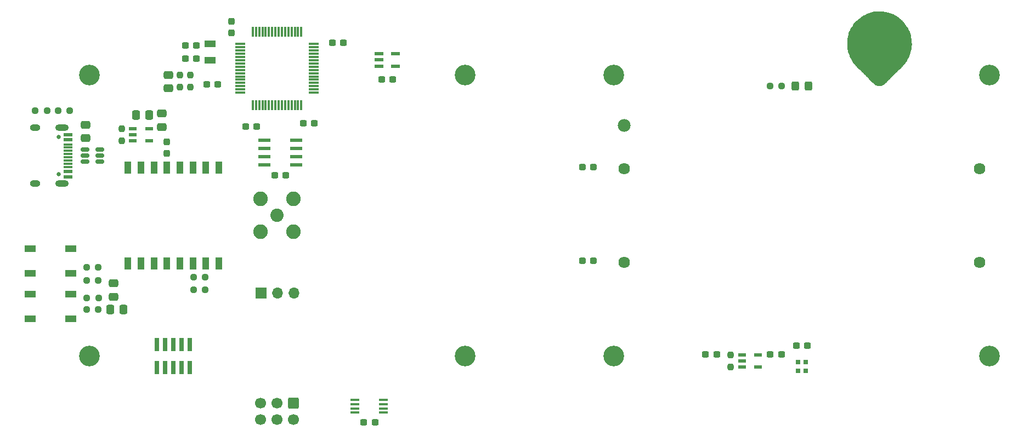
<source format=gbr>
%TF.GenerationSoftware,KiCad,Pcbnew,(5.99.0-12717-g57c7d663b0)*%
%TF.CreationDate,2021-10-15T20:31:15+02:00*%
%TF.ProjectId,Main_PCB,4d61696e-5f50-4434-922e-6b696361645f,rev?*%
%TF.SameCoordinates,Original*%
%TF.FileFunction,Soldermask,Top*%
%TF.FilePolarity,Negative*%
%FSLAX46Y46*%
G04 Gerber Fmt 4.6, Leading zero omitted, Abs format (unit mm)*
G04 Created by KiCad (PCBNEW (5.99.0-12717-g57c7d663b0)) date 2021-10-15 20:31:15*
%MOMM*%
%LPD*%
G01*
G04 APERTURE LIST*
G04 Aperture macros list*
%AMRoundRect*
0 Rectangle with rounded corners*
0 $1 Rounding radius*
0 $2 $3 $4 $5 $6 $7 $8 $9 X,Y pos of 4 corners*
0 Add a 4 corners polygon primitive as box body*
4,1,4,$2,$3,$4,$5,$6,$7,$8,$9,$2,$3,0*
0 Add four circle primitives for the rounded corners*
1,1,$1+$1,$2,$3*
1,1,$1+$1,$4,$5*
1,1,$1+$1,$6,$7*
1,1,$1+$1,$8,$9*
0 Add four rect primitives between the rounded corners*
20,1,$1+$1,$2,$3,$4,$5,0*
20,1,$1+$1,$4,$5,$6,$7,0*
20,1,$1+$1,$6,$7,$8,$9,0*
20,1,$1+$1,$8,$9,$2,$3,0*%
G04 Aperture macros list end*
%ADD10C,0.150000*%
%ADD11C,0.300000*%
%ADD12RoundRect,0.237500X-0.237500X0.250000X-0.237500X-0.250000X0.237500X-0.250000X0.237500X0.250000X0*%
%ADD13RoundRect,0.237500X0.237500X-0.250000X0.237500X0.250000X-0.237500X0.250000X-0.237500X-0.250000X0*%
%ADD14RoundRect,0.250000X-0.475000X0.337500X-0.475000X-0.337500X0.475000X-0.337500X0.475000X0.337500X0*%
%ADD15C,1.785000*%
%ADD16C,1.980000*%
%ADD17RoundRect,0.237500X-0.287500X-0.237500X0.287500X-0.237500X0.287500X0.237500X-0.287500X0.237500X0*%
%ADD18RoundRect,0.250000X0.475000X-0.337500X0.475000X0.337500X-0.475000X0.337500X-0.475000X-0.337500X0*%
%ADD19RoundRect,0.150000X0.512500X0.150000X-0.512500X0.150000X-0.512500X-0.150000X0.512500X-0.150000X0*%
%ADD20RoundRect,0.237500X-0.300000X-0.237500X0.300000X-0.237500X0.300000X0.237500X-0.300000X0.237500X0*%
%ADD21RoundRect,0.237500X0.300000X0.237500X-0.300000X0.237500X-0.300000X-0.237500X0.300000X-0.237500X0*%
%ADD22RoundRect,0.250000X-0.600000X0.600000X-0.600000X-0.600000X0.600000X-0.600000X0.600000X0.600000X0*%
%ADD23C,1.700000*%
%ADD24RoundRect,0.237500X-0.250000X-0.237500X0.250000X-0.237500X0.250000X0.237500X-0.250000X0.237500X0*%
%ADD25R,0.760000X2.050000*%
%ADD26O,1.600000X1.000000*%
%ADD27O,2.100000X1.000000*%
%ADD28R,1.450000X0.600000*%
%ADD29R,1.450000X0.300000*%
%ADD30C,0.650000*%
%ADD31R,1.700000X1.000000*%
%ADD32RoundRect,0.237500X0.250000X0.237500X-0.250000X0.237500X-0.250000X-0.237500X0.250000X-0.237500X0*%
%ADD33R,1.800000X1.000000*%
%ADD34R,1.400000X0.450000*%
%ADD35R,0.700000X0.750000*%
%ADD36R,1.981200X0.558800*%
%ADD37C,3.200000*%
%ADD38R,1.700000X1.700000*%
%ADD39O,1.700000X1.700000*%
%ADD40R,1.400000X0.600000*%
%ADD41RoundRect,0.075000X-0.075000X-0.700000X0.075000X-0.700000X0.075000X0.700000X-0.075000X0.700000X0*%
%ADD42RoundRect,0.075000X-0.700000X-0.075000X0.700000X-0.075000X0.700000X0.075000X-0.700000X0.075000X0*%
%ADD43C,2.250000*%
%ADD44C,2.050000*%
%ADD45R,1.200000X0.600000*%
%ADD46RoundRect,0.250000X-0.337500X-0.475000X0.337500X-0.475000X0.337500X0.475000X-0.337500X0.475000X0*%
%ADD47RoundRect,0.237500X-0.237500X0.300000X-0.237500X-0.300000X0.237500X-0.300000X0.237500X0.300000X0*%
%ADD48RoundRect,0.250000X0.325000X0.450000X-0.325000X0.450000X-0.325000X-0.450000X0.325000X-0.450000X0*%
%ADD49R,1.050000X1.950000*%
G04 APERTURE END LIST*
D10*
X199750000Y-69500000D02*
X206000000Y-69500000D01*
X206000000Y-69500000D02*
X206000000Y-74250000D01*
X206000000Y-74250000D02*
X199750000Y-74250000D01*
X199750000Y-74250000D02*
X199750000Y-69500000D01*
G36*
X199750000Y-69500000D02*
G01*
X206000000Y-69500000D01*
X206000000Y-74250000D01*
X199750000Y-74250000D01*
X199750000Y-69500000D01*
G37*
X197250000Y-70250000D02*
X206500000Y-70250000D01*
X206500000Y-70250000D02*
X206500000Y-72750000D01*
X206500000Y-72750000D02*
X197250000Y-72750000D01*
X197250000Y-72750000D02*
X197250000Y-70250000D01*
G36*
X197250000Y-70250000D02*
G01*
X206500000Y-70250000D01*
X206500000Y-72750000D01*
X197250000Y-72750000D01*
X197250000Y-70250000D01*
G37*
D11*
%TO.C,G\u002A\u002A\u002A*%
X200657428Y-72238000D02*
X200512285Y-72165428D01*
X200294571Y-72165428D01*
X200076857Y-72238000D01*
X199931714Y-72383142D01*
X199859142Y-72528285D01*
X199786571Y-72818571D01*
X199786571Y-73036285D01*
X199859142Y-73326571D01*
X199931714Y-73471714D01*
X200076857Y-73616857D01*
X200294571Y-73689428D01*
X200439714Y-73689428D01*
X200657428Y-73616857D01*
X200730000Y-73544285D01*
X200730000Y-73036285D01*
X200439714Y-73036285D01*
X201600857Y-72165428D02*
X201600857Y-72528285D01*
X201238000Y-72383142D02*
X201600857Y-72528285D01*
X201963714Y-72383142D01*
X201383142Y-72818571D02*
X201600857Y-72528285D01*
X201818571Y-72818571D01*
X202762000Y-72165428D02*
X202762000Y-72528285D01*
X202399142Y-72383142D02*
X202762000Y-72528285D01*
X203124857Y-72383142D01*
X202544285Y-72818571D02*
X202762000Y-72528285D01*
X202979714Y-72818571D01*
X203923142Y-72165428D02*
X203923142Y-72528285D01*
X203560285Y-72383142D02*
X203923142Y-72528285D01*
X204286000Y-72383142D01*
X203705428Y-72818571D02*
X203923142Y-72528285D01*
X204140857Y-72818571D01*
G36*
X203964663Y-71158477D02*
G01*
X204032432Y-71181775D01*
X204092252Y-71218891D01*
X204123389Y-71246955D01*
X204162436Y-71295903D01*
X204195674Y-71354893D01*
X204221017Y-71418922D01*
X204236385Y-71482987D01*
X204240110Y-71527331D01*
X204240229Y-71557550D01*
X203466625Y-71557550D01*
X203466625Y-71538694D01*
X203469866Y-71510502D01*
X203478595Y-71472638D01*
X203491322Y-71429955D01*
X203506556Y-71387308D01*
X203522807Y-71349552D01*
X203527660Y-71339900D01*
X203568844Y-71277425D01*
X203620280Y-71227317D01*
X203682071Y-71189509D01*
X203754317Y-71163932D01*
X203806959Y-71153831D01*
X203889366Y-71149121D01*
X203964663Y-71158477D01*
G37*
G36*
X205263104Y-73598522D02*
G01*
X205281840Y-73607422D01*
X205296415Y-73621072D01*
X205314107Y-73645677D01*
X205325227Y-73676236D01*
X205330659Y-73716185D01*
X205331498Y-73757487D01*
X205326624Y-73813958D01*
X205313517Y-73856719D01*
X205293628Y-73884583D01*
X205265028Y-73901148D01*
X205230393Y-73906658D01*
X205196241Y-73900169D01*
X205193653Y-73899072D01*
X205169240Y-73882001D01*
X205152043Y-73854786D01*
X205141264Y-73815623D01*
X205136441Y-73769575D01*
X205137087Y-73708666D01*
X205146454Y-73661157D01*
X205164682Y-73626802D01*
X205191915Y-73605357D01*
X205228293Y-73596577D01*
X205236853Y-73596319D01*
X205263104Y-73598522D01*
G37*
G36*
X204680802Y-73601391D02*
G01*
X204707212Y-73617707D01*
X204726613Y-73646915D01*
X204736783Y-73674997D01*
X204744220Y-73714801D01*
X204746102Y-73759419D01*
X204742685Y-73802950D01*
X204734227Y-73839494D01*
X204729105Y-73851587D01*
X204704898Y-73884043D01*
X204674046Y-73903188D01*
X204639026Y-73908056D01*
X204606248Y-73899546D01*
X204580513Y-73879213D01*
X204561874Y-73845063D01*
X204550701Y-73797928D01*
X204548007Y-73769343D01*
X204549118Y-73710691D01*
X204559280Y-73663340D01*
X204578079Y-73628028D01*
X204605100Y-73605490D01*
X204639928Y-73596463D01*
X204645470Y-73596319D01*
X204680802Y-73601391D01*
G37*
G36*
X202555044Y-73592074D02*
G01*
X202580490Y-73604315D01*
X202604153Y-73626592D01*
X202621639Y-73653625D01*
X202628553Y-73680135D01*
X202628554Y-73680403D01*
X202626449Y-73685791D01*
X202618456Y-73689421D01*
X202602058Y-73691619D01*
X202574737Y-73692710D01*
X202533978Y-73693019D01*
X202530980Y-73693020D01*
X202433405Y-73693020D01*
X202438844Y-73671351D01*
X202454763Y-73635863D01*
X202480638Y-73609079D01*
X202513062Y-73593323D01*
X202548627Y-73590921D01*
X202555044Y-73592074D01*
G37*
G36*
X201419343Y-73601426D02*
G01*
X201447673Y-73617299D01*
X201467499Y-73645011D01*
X201479411Y-73685455D01*
X201483996Y-73739525D01*
X201484087Y-73751606D01*
X201480473Y-73807699D01*
X201469688Y-73850197D01*
X201451307Y-73880141D01*
X201424910Y-73898573D01*
X201424344Y-73898812D01*
X201399525Y-73907774D01*
X201380671Y-73909134D01*
X201359535Y-73902894D01*
X201349895Y-73898838D01*
X201328241Y-73885470D01*
X201312081Y-73868947D01*
X201312073Y-73868934D01*
X201300005Y-73840143D01*
X201292397Y-73800893D01*
X201289360Y-73756247D01*
X201291007Y-73711265D01*
X201297451Y-73671010D01*
X201307088Y-73643685D01*
X201329963Y-73614544D01*
X201361114Y-73598981D01*
X201381920Y-73596499D01*
X201419343Y-73601426D01*
G37*
G36*
X201994926Y-73586431D02*
G01*
X202016777Y-73607402D01*
X202029044Y-73638572D01*
X202029864Y-73678137D01*
X202029744Y-73679057D01*
X202018503Y-73713341D01*
X201997177Y-73736871D01*
X201968607Y-73748104D01*
X201935636Y-73745494D01*
X201919417Y-73739040D01*
X201901757Y-73722726D01*
X201887737Y-73695704D01*
X201887432Y-73694838D01*
X201880494Y-73670539D01*
X201880481Y-73651034D01*
X201887394Y-73626667D01*
X201887432Y-73626558D01*
X201897854Y-73603172D01*
X201911897Y-73589838D01*
X201929914Y-73582306D01*
X201965350Y-73577464D01*
X201994926Y-73586431D01*
G37*
G36*
X201993906Y-74032324D02*
G01*
X202024944Y-74034597D01*
X202046847Y-74037864D01*
X202051630Y-74039245D01*
X202069264Y-74053236D01*
X202078817Y-74074799D01*
X202077807Y-74097101D01*
X202074876Y-74103230D01*
X202054046Y-74123071D01*
X202022112Y-74138269D01*
X201983627Y-74147995D01*
X201943146Y-74151424D01*
X201905222Y-74147729D01*
X201879125Y-74138751D01*
X201855810Y-74119524D01*
X201846944Y-74095358D01*
X201852982Y-74069314D01*
X201866170Y-74051752D01*
X201877245Y-74041998D01*
X201889342Y-74035989D01*
X201906547Y-74032830D01*
X201932945Y-74031628D01*
X201958818Y-74031472D01*
X201993906Y-74032324D01*
G37*
G36*
X197614212Y-73825373D02*
G01*
X197486206Y-73575708D01*
X197372925Y-73319586D01*
X197355926Y-73274291D01*
X197274433Y-73057142D01*
X197190794Y-72788514D01*
X197122070Y-72513836D01*
X197068324Y-72233247D01*
X197053072Y-72133724D01*
X197041398Y-72049205D01*
X197031860Y-71972096D01*
X197024263Y-71899293D01*
X197018408Y-71827693D01*
X197014099Y-71754191D01*
X197011139Y-71675685D01*
X197009331Y-71589069D01*
X197008478Y-71491240D01*
X197008344Y-71428616D01*
X197008635Y-71325016D01*
X197009721Y-71234322D01*
X197011813Y-71153337D01*
X197015122Y-71078861D01*
X197019860Y-71007696D01*
X197026236Y-70936642D01*
X197034463Y-70862501D01*
X197044752Y-70782073D01*
X197046177Y-70771859D01*
X197440282Y-70771859D01*
X197798382Y-71726776D01*
X197843339Y-71846655D01*
X197886989Y-71963035D01*
X197928967Y-72074947D01*
X197968912Y-72181426D01*
X198006460Y-72281505D01*
X198041248Y-72374217D01*
X198072914Y-72458594D01*
X198101095Y-72533671D01*
X198125428Y-72598480D01*
X198145550Y-72652055D01*
X198161098Y-72693428D01*
X198171710Y-72721633D01*
X198176993Y-72735626D01*
X198197503Y-72789558D01*
X198239282Y-72797886D01*
X198273574Y-72803730D01*
X198309845Y-72808471D01*
X198321352Y-72809592D01*
X198345258Y-72810620D01*
X198381802Y-72810991D01*
X198427701Y-72810780D01*
X198479673Y-72810066D01*
X198534436Y-72808924D01*
X198588708Y-72807431D01*
X198639207Y-72805664D01*
X198682651Y-72803700D01*
X198715758Y-72801615D01*
X198732001Y-72799995D01*
X198771964Y-72794511D01*
X199156186Y-71783185D01*
X199202578Y-71661024D01*
X199247343Y-71543054D01*
X199290150Y-71430148D01*
X199330670Y-71323178D01*
X199368575Y-71223017D01*
X199403534Y-71130538D01*
X199435218Y-71046612D01*
X199463298Y-70972113D01*
X199469042Y-70956842D01*
X199714129Y-70956842D01*
X199714459Y-71009674D01*
X199716000Y-71061369D01*
X199718696Y-71107853D01*
X199722490Y-71145048D01*
X199725605Y-71162690D01*
X199732213Y-71190894D01*
X199862839Y-71193109D01*
X199993465Y-71195323D01*
X199993465Y-71993155D01*
X199993503Y-72129361D01*
X199993625Y-72250241D01*
X199993840Y-72356586D01*
X199994157Y-72449186D01*
X199994588Y-72528833D01*
X199995142Y-72596317D01*
X199995829Y-72652429D01*
X199996659Y-72697959D01*
X199997642Y-72733699D01*
X199998787Y-72760440D01*
X200000105Y-72778971D01*
X200001606Y-72790084D01*
X200003300Y-72794569D01*
X200003538Y-72794708D01*
X200024525Y-72799312D01*
X200058851Y-72803207D01*
X200103751Y-72806361D01*
X200156460Y-72808742D01*
X200214216Y-72810315D01*
X200274252Y-72811050D01*
X200333806Y-72810913D01*
X200390112Y-72809871D01*
X200440407Y-72807892D01*
X200481927Y-72804943D01*
X200511906Y-72800992D01*
X200513230Y-72800731D01*
X200545464Y-72794238D01*
X200547509Y-71780960D01*
X200549550Y-70770020D01*
X200770251Y-70770020D01*
X200772750Y-70777696D01*
X200780585Y-70799584D01*
X200793429Y-70834807D01*
X200810957Y-70882487D01*
X200832842Y-70941747D01*
X200858760Y-71011710D01*
X200888383Y-71091497D01*
X200921387Y-71180233D01*
X200957445Y-71277038D01*
X200996230Y-71381036D01*
X201037419Y-71491350D01*
X201080683Y-71607102D01*
X201125699Y-71727414D01*
X201144699Y-71778159D01*
X201199160Y-71923377D01*
X201250255Y-72059199D01*
X201297790Y-72185122D01*
X201341571Y-72300643D01*
X201381405Y-72405259D01*
X201417097Y-72498465D01*
X201448455Y-72579759D01*
X201475284Y-72648637D01*
X201497391Y-72704596D01*
X201514582Y-72747132D01*
X201526664Y-72775743D01*
X201533442Y-72789925D01*
X201534586Y-72791425D01*
X201552198Y-72796643D01*
X201583392Y-72801096D01*
X201625646Y-72804743D01*
X201676442Y-72807543D01*
X201733259Y-72809455D01*
X201793577Y-72810438D01*
X201854877Y-72810450D01*
X201914639Y-72809450D01*
X201970343Y-72807398D01*
X202019469Y-72804252D01*
X202059324Y-72799995D01*
X202098502Y-72794511D01*
X202419968Y-71948382D01*
X202469216Y-71818756D01*
X202906843Y-71818756D01*
X202908666Y-71892508D01*
X202912736Y-71960584D01*
X202919051Y-72018655D01*
X202922008Y-72037024D01*
X202945629Y-72148006D01*
X202974597Y-72245886D01*
X203010101Y-72333135D01*
X203053335Y-72412224D01*
X203105490Y-72485621D01*
X203167757Y-72555799D01*
X203176523Y-72564680D01*
X203258759Y-72637917D01*
X203347548Y-72698872D01*
X203444357Y-72748225D01*
X203550649Y-72786658D01*
X203667890Y-72814851D01*
X203740610Y-72826658D01*
X203792408Y-72831921D01*
X203856086Y-72835494D01*
X203927494Y-72837377D01*
X204002483Y-72837568D01*
X204076905Y-72836068D01*
X204146610Y-72832875D01*
X204207449Y-72827991D01*
X204219015Y-72826714D01*
X204341931Y-72809218D01*
X204453555Y-72786550D01*
X204558129Y-72757828D01*
X204572302Y-72753321D01*
X204607711Y-72741988D01*
X204632779Y-72732639D01*
X204633641Y-72732093D01*
X205027752Y-72732093D01*
X205075187Y-72749850D01*
X205124010Y-72766178D01*
X205183438Y-72783044D01*
X205248065Y-72799131D01*
X205312487Y-72813121D01*
X205371298Y-72823696D01*
X205387854Y-72826116D01*
X205442294Y-72831716D01*
X205507274Y-72835523D01*
X205578509Y-72837536D01*
X205651718Y-72837751D01*
X205722616Y-72836167D01*
X205786921Y-72832782D01*
X205840350Y-72827594D01*
X205849347Y-72826341D01*
X205969484Y-72802241D01*
X206079977Y-72767326D01*
X206180191Y-72722102D01*
X206269489Y-72667076D01*
X206347236Y-72602757D01*
X206412795Y-72529650D01*
X206465530Y-72448263D01*
X206504806Y-72359103D01*
X206524996Y-72287670D01*
X206531069Y-72255654D01*
X206534690Y-72223622D01*
X206536100Y-72187072D01*
X206535539Y-72141504D01*
X206534454Y-72110385D01*
X206530865Y-72047203D01*
X206525110Y-71995764D01*
X206516227Y-71951739D01*
X206503254Y-71910801D01*
X206485232Y-71868619D01*
X206477017Y-71851681D01*
X206434362Y-71782024D01*
X206379855Y-71721789D01*
X206316173Y-71672013D01*
X206284883Y-71652144D01*
X206252646Y-71634169D01*
X206217176Y-71617168D01*
X206176184Y-71600221D01*
X206127385Y-71582409D01*
X206068490Y-71562813D01*
X205997212Y-71540513D01*
X205963724Y-71530329D01*
X205885266Y-71506137D01*
X205820946Y-71485052D01*
X205769255Y-71466311D01*
X205728686Y-71449146D01*
X205697732Y-71432794D01*
X205674886Y-71416488D01*
X205658640Y-71399464D01*
X205647486Y-71380957D01*
X205642001Y-71367012D01*
X205635918Y-71333756D01*
X205636279Y-71295917D01*
X205642442Y-71259866D01*
X205653767Y-71231971D01*
X205655905Y-71228837D01*
X205686388Y-71196959D01*
X205725538Y-71172994D01*
X205774919Y-71156429D01*
X205836091Y-71146754D01*
X205910618Y-71143454D01*
X205916371Y-71143449D01*
X205992379Y-71145996D01*
X206063973Y-71154002D01*
X206136313Y-71168379D01*
X206214560Y-71190040D01*
X206256699Y-71203614D01*
X206293213Y-71215699D01*
X206323960Y-71225650D01*
X206345842Y-71232481D01*
X206355760Y-71235204D01*
X206355920Y-71235215D01*
X206363883Y-71227823D01*
X206374864Y-71207360D01*
X206387986Y-71176392D01*
X206402375Y-71137488D01*
X206417157Y-71093215D01*
X206431455Y-71046141D01*
X206444395Y-70998835D01*
X206455101Y-70953863D01*
X206459894Y-70930122D01*
X206467571Y-70888515D01*
X206471486Y-70859733D01*
X206470283Y-70840666D01*
X206462606Y-70828201D01*
X206447097Y-70819229D01*
X206422400Y-70810637D01*
X206405457Y-70805280D01*
X206303107Y-70775044D01*
X206208438Y-70752566D01*
X206115603Y-70736846D01*
X206018750Y-70726888D01*
X205916371Y-70721815D01*
X205787508Y-70722377D01*
X205670947Y-70732180D01*
X205565556Y-70751562D01*
X205470201Y-70780865D01*
X205383749Y-70820427D01*
X205305066Y-70870590D01*
X205240485Y-70924585D01*
X205180764Y-70990109D01*
X205134381Y-71062367D01*
X205101005Y-71142278D01*
X205080307Y-71230758D01*
X205071958Y-71328726D01*
X205072722Y-71392054D01*
X205076596Y-71453835D01*
X205082715Y-71504060D01*
X205091970Y-71547235D01*
X205105248Y-71587864D01*
X205116965Y-71616188D01*
X205153316Y-71680115D01*
X205203401Y-71738240D01*
X205267556Y-71790796D01*
X205346116Y-71838012D01*
X205439415Y-71880121D01*
X205547790Y-71917353D01*
X205557773Y-71920319D01*
X205645610Y-71946398D01*
X205719282Y-71968997D01*
X205780210Y-71988742D01*
X205829814Y-72006256D01*
X205869516Y-72022163D01*
X205900736Y-72037086D01*
X205924895Y-72051650D01*
X205943414Y-72066478D01*
X205957713Y-72082195D01*
X205969214Y-72099424D01*
X205970399Y-72101491D01*
X205983469Y-72137152D01*
X205988874Y-72180034D01*
X205986254Y-72222992D01*
X205978041Y-72252844D01*
X205961792Y-72278605D01*
X205935345Y-72306919D01*
X205903149Y-72333608D01*
X205869915Y-72354363D01*
X205829774Y-72372083D01*
X205787179Y-72384776D01*
X205738732Y-72393027D01*
X205681037Y-72397426D01*
X205614182Y-72398568D01*
X205534125Y-72396252D01*
X205460483Y-72389110D01*
X205388145Y-72376245D01*
X205311999Y-72356757D01*
X205231545Y-72331315D01*
X205195882Y-72319386D01*
X205166407Y-72309800D01*
X205146098Y-72303505D01*
X205137931Y-72301450D01*
X205137897Y-72301471D01*
X205134685Y-72309104D01*
X205126948Y-72328431D01*
X205116010Y-72356131D01*
X205108426Y-72375476D01*
X205087040Y-72435725D01*
X205067439Y-72501322D01*
X205050917Y-72567155D01*
X205038769Y-72628113D01*
X205032639Y-72674660D01*
X205027752Y-72732093D01*
X204633641Y-72732093D01*
X204648866Y-72722450D01*
X204657332Y-72708599D01*
X204659537Y-72688263D01*
X204656839Y-72658621D01*
X204650598Y-72616850D01*
X204647561Y-72597081D01*
X204621032Y-72474040D01*
X204581019Y-72359359D01*
X204567230Y-72327028D01*
X204556491Y-72307447D01*
X204545520Y-72298546D01*
X204531035Y-72298253D01*
X204509754Y-72304499D01*
X204499624Y-72308010D01*
X204434966Y-72328016D01*
X204360168Y-72347046D01*
X204281203Y-72363707D01*
X204207995Y-72376038D01*
X204155133Y-72381768D01*
X204094647Y-72385155D01*
X204030310Y-72386278D01*
X203965893Y-72385217D01*
X203905167Y-72382051D01*
X203851903Y-72376858D01*
X203809874Y-72369718D01*
X203801047Y-72367496D01*
X203725487Y-72340636D01*
X203656492Y-72304388D01*
X203596475Y-72260479D01*
X203547851Y-72210635D01*
X203516957Y-72164282D01*
X203491358Y-72104470D01*
X203471325Y-72032934D01*
X203462569Y-71986659D01*
X203457150Y-71952411D01*
X204106014Y-71952411D01*
X204223645Y-71952395D01*
X204326198Y-71952334D01*
X204414710Y-71952205D01*
X204490219Y-71951986D01*
X204553765Y-71951654D01*
X204606385Y-71951186D01*
X204649118Y-71950561D01*
X204683000Y-71949755D01*
X204709072Y-71948748D01*
X204728371Y-71947515D01*
X204741934Y-71946035D01*
X204750801Y-71944285D01*
X204756009Y-71942243D01*
X204758597Y-71939886D01*
X204759325Y-71938309D01*
X204761398Y-71925494D01*
X204764068Y-71899879D01*
X204767039Y-71864757D01*
X204770018Y-71823420D01*
X204771079Y-71806957D01*
X204774347Y-71659685D01*
X204765134Y-71522539D01*
X204743406Y-71395404D01*
X204709126Y-71278165D01*
X204662259Y-71170709D01*
X204602770Y-71072921D01*
X204530624Y-70984685D01*
X204511126Y-70964622D01*
X204425733Y-70889535D01*
X204334027Y-70828513D01*
X204234115Y-70780473D01*
X204129070Y-70745654D01*
X204101464Y-70738505D01*
X204077069Y-70733176D01*
X204052763Y-70729400D01*
X204025427Y-70726909D01*
X203991940Y-70725438D01*
X203949184Y-70724717D01*
X203894037Y-70724481D01*
X203881631Y-70724469D01*
X203821029Y-70724653D01*
X203773384Y-70725447D01*
X203735543Y-70727070D01*
X203704351Y-70729743D01*
X203676654Y-70733685D01*
X203649296Y-70739118D01*
X203639401Y-70741369D01*
X203521949Y-70776263D01*
X203411911Y-70824763D01*
X203365504Y-70850478D01*
X203315298Y-70884437D01*
X203260781Y-70928698D01*
X203205718Y-70979619D01*
X203153874Y-71033555D01*
X203109014Y-71086862D01*
X203081506Y-71125332D01*
X203024646Y-71226897D01*
X202977580Y-71340513D01*
X202940695Y-71465145D01*
X202922008Y-71553521D01*
X202914848Y-71606709D01*
X202909934Y-71671529D01*
X202907265Y-71743653D01*
X202906843Y-71818756D01*
X202469216Y-71818756D01*
X202478995Y-71793018D01*
X202532561Y-71652021D01*
X202580928Y-71524691D01*
X202624357Y-71410327D01*
X202663111Y-71308230D01*
X202697451Y-71217700D01*
X202727639Y-71138036D01*
X202753936Y-71068540D01*
X202776605Y-71008510D01*
X202795906Y-70957246D01*
X202812102Y-70914050D01*
X202825454Y-70878221D01*
X202836224Y-70849058D01*
X202844674Y-70825862D01*
X202851066Y-70807933D01*
X202855660Y-70794571D01*
X202858720Y-70785076D01*
X202860506Y-70778748D01*
X202861280Y-70774887D01*
X202861304Y-70772792D01*
X202860840Y-70771765D01*
X202860150Y-70771105D01*
X202860137Y-70771093D01*
X202850566Y-70767898D01*
X202828814Y-70763261D01*
X202798664Y-70757939D01*
X202780243Y-70755051D01*
X202734960Y-70750080D01*
X202677742Y-70746579D01*
X202612708Y-70744565D01*
X202543974Y-70744060D01*
X202475658Y-70745084D01*
X202411877Y-70747656D01*
X202356749Y-70751796D01*
X202346070Y-70752933D01*
X202308243Y-70757639D01*
X202283384Y-70762049D01*
X202268394Y-70767077D01*
X202260169Y-70773635D01*
X202256993Y-70779123D01*
X202253714Y-70789192D01*
X202246314Y-70813637D01*
X202235118Y-70851344D01*
X202220449Y-70901196D01*
X202202635Y-70962078D01*
X202181998Y-71032876D01*
X202158865Y-71112475D01*
X202133560Y-71199759D01*
X202106409Y-71293613D01*
X202077736Y-71392922D01*
X202047866Y-71496571D01*
X202044230Y-71509200D01*
X202014267Y-71613215D01*
X201985489Y-71712969D01*
X201958218Y-71807354D01*
X201932776Y-71895260D01*
X201909486Y-71975579D01*
X201888671Y-72047201D01*
X201870652Y-72109016D01*
X201855752Y-72159916D01*
X201844294Y-72198792D01*
X201836600Y-72224534D01*
X201832992Y-72236033D01*
X201832844Y-72236413D01*
X201829465Y-72231452D01*
X201821763Y-72211075D01*
X201809770Y-72175383D01*
X201793517Y-72124476D01*
X201773034Y-72058457D01*
X201748353Y-71977426D01*
X201719505Y-71881485D01*
X201686521Y-71770735D01*
X201649432Y-71645277D01*
X201608922Y-71507439D01*
X201391098Y-70764419D01*
X201359112Y-70756338D01*
X201339635Y-70753613D01*
X201306700Y-70751430D01*
X201262956Y-70749781D01*
X201211051Y-70748660D01*
X201153636Y-70748059D01*
X201093359Y-70747970D01*
X201032869Y-70748388D01*
X200974815Y-70749305D01*
X200921847Y-70750714D01*
X200876614Y-70752608D01*
X200841765Y-70754979D01*
X200820151Y-70757778D01*
X200794614Y-70763403D01*
X200776452Y-70767915D01*
X200770251Y-70770020D01*
X200549550Y-70770020D01*
X200549555Y-70767682D01*
X200140561Y-70769770D01*
X199731568Y-70771859D01*
X199720980Y-70832297D01*
X199717332Y-70864078D01*
X199715068Y-70906952D01*
X199714129Y-70956842D01*
X199469042Y-70956842D01*
X199487446Y-70907913D01*
X199507331Y-70854883D01*
X199522624Y-70813898D01*
X199532996Y-70785829D01*
X199538119Y-70771548D01*
X199538621Y-70769850D01*
X199530422Y-70767883D01*
X199509749Y-70764187D01*
X199480075Y-70759360D01*
X199456917Y-70755795D01*
X199410634Y-70750321D01*
X199357286Y-70746505D01*
X199299135Y-70744264D01*
X199238440Y-70743516D01*
X199177462Y-70744176D01*
X199118462Y-70746164D01*
X199063699Y-70749395D01*
X199015436Y-70753788D01*
X198975931Y-70759259D01*
X198947446Y-70765726D01*
X198932242Y-70773106D01*
X198930796Y-70775051D01*
X198927701Y-70784513D01*
X198920486Y-70808373D01*
X198909471Y-70845535D01*
X198894974Y-70894902D01*
X198877313Y-70955379D01*
X198856808Y-71025870D01*
X198833777Y-71105278D01*
X198808538Y-71192509D01*
X198781411Y-71286464D01*
X198752714Y-71386050D01*
X198722766Y-71490170D01*
X198715581Y-71515178D01*
X198685463Y-71619874D01*
X198656557Y-71720057D01*
X198629175Y-71814656D01*
X198603633Y-71902601D01*
X198580245Y-71982821D01*
X198559323Y-72054244D01*
X198541183Y-72115800D01*
X198526137Y-72166418D01*
X198514500Y-72205028D01*
X198506585Y-72230557D01*
X198502707Y-72241937D01*
X198502401Y-72242446D01*
X198499570Y-72234897D01*
X198492538Y-72212940D01*
X198481623Y-72177637D01*
X198467142Y-72130050D01*
X198449415Y-72071240D01*
X198428758Y-72002270D01*
X198405490Y-71924201D01*
X198379927Y-71838096D01*
X198352389Y-71745018D01*
X198323192Y-71646026D01*
X198292655Y-71542185D01*
X198282382Y-71507186D01*
X198251435Y-71401839D01*
X198221700Y-71300892D01*
X198193498Y-71205417D01*
X198167150Y-71116488D01*
X198142975Y-71035177D01*
X198121295Y-70962557D01*
X198102430Y-70899700D01*
X198086701Y-70847680D01*
X198074427Y-70807569D01*
X198065930Y-70780441D01*
X198061530Y-70767367D01*
X198061041Y-70766327D01*
X198047385Y-70760812D01*
X198019962Y-70756092D01*
X197981105Y-70752188D01*
X197933144Y-70749122D01*
X197878413Y-70746914D01*
X197819241Y-70745585D01*
X197757962Y-70745156D01*
X197696906Y-70745648D01*
X197638405Y-70747083D01*
X197584792Y-70749480D01*
X197538397Y-70752862D01*
X197501552Y-70757248D01*
X197481927Y-70761122D01*
X197440282Y-70771859D01*
X197046177Y-70771859D01*
X197056645Y-70696814D01*
X197103882Y-70424029D01*
X197166722Y-70154077D01*
X197182363Y-70100717D01*
X199873299Y-70100717D01*
X199879450Y-70169321D01*
X199899005Y-70235748D01*
X199931972Y-70297793D01*
X199978354Y-70353247D01*
X199981357Y-70356121D01*
X200028222Y-70393755D01*
X200079808Y-70423889D01*
X200130463Y-70443290D01*
X200136468Y-70444804D01*
X200187515Y-70451853D01*
X200245137Y-70451910D01*
X200301534Y-70445269D01*
X200334327Y-70437350D01*
X200396336Y-70410280D01*
X200453078Y-70370285D01*
X200501785Y-70320145D01*
X200539692Y-70262640D01*
X200561689Y-70208921D01*
X200569458Y-70168961D01*
X200572990Y-70120115D01*
X200572283Y-70069048D01*
X200567338Y-70022424D01*
X200561689Y-69997106D01*
X200538177Y-69941338D01*
X200502711Y-69887213D01*
X200459046Y-69839987D01*
X200436017Y-69821122D01*
X200372355Y-69783757D01*
X200304113Y-69760820D01*
X200233555Y-69752175D01*
X200162942Y-69757684D01*
X200094537Y-69777209D01*
X200030602Y-69810612D01*
X199982637Y-69848696D01*
X199935222Y-69903928D01*
X199901191Y-69965814D01*
X199880548Y-70032146D01*
X199873299Y-70100717D01*
X197182363Y-70100717D01*
X197244776Y-69887795D01*
X197337654Y-69626024D01*
X197444965Y-69369600D01*
X197566321Y-69119363D01*
X197701331Y-68876152D01*
X197849605Y-68640805D01*
X198010754Y-68414162D01*
X198184388Y-68197060D01*
X198257679Y-68112595D01*
X198452986Y-67904656D01*
X198658107Y-67709352D01*
X198872556Y-67526921D01*
X199095849Y-67357600D01*
X199327502Y-67201626D01*
X199567030Y-67059237D01*
X199813949Y-66930670D01*
X200067773Y-66816162D01*
X200328019Y-66715952D01*
X200594202Y-66630275D01*
X200865837Y-66559371D01*
X201142440Y-66503475D01*
X201423527Y-66462826D01*
X201671579Y-66440032D01*
X201721607Y-66437489D01*
X201783783Y-66435664D01*
X201855372Y-66434527D01*
X201933637Y-66434051D01*
X202015841Y-66434208D01*
X202099250Y-66434969D01*
X202181126Y-66436307D01*
X202258734Y-66438193D01*
X202329336Y-66440598D01*
X202390197Y-66443496D01*
X202438581Y-66446858D01*
X202451269Y-66448056D01*
X202669995Y-66474177D01*
X202876708Y-66506327D01*
X203074567Y-66545095D01*
X203266731Y-66591067D01*
X203365895Y-66618140D01*
X203636443Y-66703043D01*
X203898640Y-66801472D01*
X204152973Y-66913691D01*
X204399935Y-67039964D01*
X204640014Y-67180555D01*
X204873700Y-67335727D01*
X205101484Y-67505745D01*
X205267672Y-67642245D01*
X205313624Y-67682879D01*
X205367877Y-67733131D01*
X205428015Y-67790578D01*
X205491623Y-67852799D01*
X205556285Y-67917373D01*
X205619588Y-67981878D01*
X205679114Y-68043893D01*
X205732450Y-68100995D01*
X205777180Y-68150765D01*
X205791886Y-68167801D01*
X205973849Y-68393555D01*
X206140918Y-68625408D01*
X206293134Y-68863461D01*
X206430539Y-69107812D01*
X206553175Y-69358562D01*
X206661086Y-69615808D01*
X206754313Y-69879652D01*
X206832898Y-70150192D01*
X206896883Y-70427527D01*
X206946312Y-70711758D01*
X206976531Y-70955106D01*
X206981411Y-71013516D01*
X206985611Y-71084843D01*
X206989080Y-71165900D01*
X206991767Y-71253499D01*
X206993622Y-71344452D01*
X206994594Y-71435573D01*
X206994634Y-71523673D01*
X206993690Y-71605566D01*
X206991713Y-71678064D01*
X206988864Y-71734835D01*
X206962229Y-72021912D01*
X206920831Y-72302683D01*
X206864564Y-72577542D01*
X206793323Y-72846885D01*
X206707001Y-73111107D01*
X206605493Y-73370603D01*
X206488693Y-73625769D01*
X206475337Y-73652728D01*
X206363231Y-73866161D01*
X206245631Y-74067462D01*
X206120531Y-74259518D01*
X205985929Y-74445219D01*
X205839819Y-74627450D01*
X205680199Y-74809100D01*
X205650454Y-74841338D01*
X205633711Y-74858912D01*
X205606110Y-74887307D01*
X205568205Y-74925966D01*
X205520550Y-74974332D01*
X205463699Y-75031848D01*
X205398208Y-75097956D01*
X205324632Y-75172099D01*
X205243524Y-75253720D01*
X205155439Y-75342261D01*
X205060932Y-75437166D01*
X204960558Y-75537876D01*
X204854871Y-75643835D01*
X204744427Y-75754486D01*
X204629778Y-75869270D01*
X204511481Y-75987631D01*
X204390090Y-76109012D01*
X204266159Y-76232855D01*
X204170264Y-76328628D01*
X204020760Y-76477912D01*
X203882201Y-76616258D01*
X203754124Y-76744109D01*
X203636062Y-76861909D01*
X203527549Y-76970101D01*
X203428121Y-77069127D01*
X203337311Y-77159431D01*
X203254654Y-77241456D01*
X203179685Y-77315646D01*
X203111938Y-77382442D01*
X203050947Y-77442289D01*
X202996248Y-77495629D01*
X202947374Y-77542906D01*
X202903860Y-77584562D01*
X202865240Y-77621040D01*
X202831049Y-77652785D01*
X202800822Y-77680239D01*
X202774093Y-77703844D01*
X202750396Y-77724045D01*
X202729265Y-77741283D01*
X202710237Y-77756003D01*
X202692843Y-77768648D01*
X202676621Y-77779659D01*
X202661103Y-77789482D01*
X202645824Y-77798558D01*
X202630319Y-77807331D01*
X202614122Y-77816244D01*
X202598252Y-77824924D01*
X202493921Y-77874933D01*
X202380244Y-77916350D01*
X202262469Y-77947423D01*
X202193401Y-77960160D01*
X202158526Y-77964063D01*
X202112369Y-77967167D01*
X202059114Y-77969396D01*
X202002944Y-77970676D01*
X201948044Y-77970931D01*
X201898596Y-77970085D01*
X201858786Y-77968064D01*
X201842862Y-77966469D01*
X201716401Y-77942848D01*
X201589684Y-77905387D01*
X201466718Y-77855589D01*
X201351508Y-77794955D01*
X201302307Y-77763896D01*
X201269753Y-77740504D01*
X201229968Y-77709453D01*
X201187311Y-77674276D01*
X201146144Y-77638510D01*
X201133597Y-77627150D01*
X201115208Y-77609791D01*
X201086263Y-77581783D01*
X201047387Y-77543750D01*
X200999204Y-77496317D01*
X200942336Y-77440111D01*
X200877407Y-77375757D01*
X200805041Y-77303880D01*
X200725862Y-77225107D01*
X200640492Y-77140062D01*
X200549557Y-77049372D01*
X200453679Y-76953661D01*
X200353482Y-76853556D01*
X200249589Y-76749682D01*
X200142625Y-76642665D01*
X200033212Y-76533129D01*
X199921975Y-76421702D01*
X199809537Y-76309008D01*
X199696521Y-76195673D01*
X199583552Y-76082322D01*
X199471253Y-75969582D01*
X199360247Y-75858077D01*
X199251158Y-75748434D01*
X199144610Y-75641277D01*
X199041226Y-75537233D01*
X198941630Y-75436927D01*
X198846445Y-75340984D01*
X198756296Y-75250031D01*
X198671806Y-75164693D01*
X198593597Y-75085595D01*
X198522295Y-75013362D01*
X198458522Y-74948622D01*
X198402903Y-74891998D01*
X198356060Y-74844118D01*
X198318618Y-74805605D01*
X198291200Y-74777086D01*
X198274429Y-74759187D01*
X198272221Y-74756726D01*
X198085947Y-74534256D01*
X197914146Y-74304783D01*
X197782202Y-74106498D01*
X201714422Y-74106498D01*
X201716074Y-74152310D01*
X201730225Y-74192726D01*
X201748766Y-74214320D01*
X201779406Y-74233946D01*
X201818129Y-74249423D01*
X201847831Y-74256609D01*
X201889704Y-74260896D01*
X201940037Y-74261318D01*
X201992357Y-74258210D01*
X202040193Y-74251907D01*
X202069713Y-74245142D01*
X202124852Y-74222415D01*
X202169358Y-74190998D01*
X202201849Y-74152436D01*
X202220938Y-74108276D01*
X202225635Y-74071021D01*
X202220628Y-74023791D01*
X202204862Y-73986165D01*
X202190850Y-73967981D01*
X202173769Y-73952195D01*
X202153752Y-73940358D01*
X202128108Y-73931794D01*
X202094149Y-73925824D01*
X202049186Y-73921771D01*
X201997334Y-73919211D01*
X201950127Y-73917174D01*
X201916451Y-73915012D01*
X201893722Y-73912341D01*
X201879354Y-73908773D01*
X201870766Y-73903924D01*
X201866936Y-73899736D01*
X201860270Y-73878086D01*
X201862436Y-73867503D01*
X201866528Y-73859780D01*
X201874059Y-73854495D01*
X201888042Y-73850957D01*
X201911493Y-73848473D01*
X201947424Y-73846352D01*
X201956571Y-73845901D01*
X202001351Y-73842960D01*
X202033953Y-73838737D01*
X202058306Y-73832533D01*
X202076661Y-73824550D01*
X202122757Y-73792507D01*
X202142286Y-73768268D01*
X202285423Y-73768268D01*
X202293556Y-73832869D01*
X202313489Y-73890889D01*
X202344434Y-73940414D01*
X202385605Y-73979525D01*
X202411682Y-73995573D01*
X202451643Y-74010077D01*
X202502539Y-74019257D01*
X202560010Y-74022872D01*
X202619698Y-74020681D01*
X202677242Y-74012444D01*
X202685386Y-74010680D01*
X202714559Y-74003604D01*
X202731332Y-73997570D01*
X202739110Y-73990462D01*
X202741296Y-73980162D01*
X202741371Y-73975874D01*
X202854188Y-73975874D01*
X202856726Y-73989641D01*
X202866264Y-73999876D01*
X202885684Y-74008350D01*
X202917871Y-74016832D01*
X202922684Y-74017924D01*
X202950404Y-74021378D01*
X202987909Y-74022505D01*
X203029255Y-74021499D01*
X203068498Y-74018556D01*
X203099693Y-74013870D01*
X203107530Y-74011879D01*
X203161009Y-73989115D01*
X203201571Y-73957139D01*
X203228842Y-73916418D01*
X203242446Y-73867421D01*
X203244012Y-73841646D01*
X203239242Y-73795661D01*
X203225495Y-73762067D01*
X203321289Y-73762067D01*
X203324494Y-73814459D01*
X203333161Y-73854992D01*
X203359541Y-73913903D01*
X203396076Y-73960310D01*
X203442818Y-73994269D01*
X203484138Y-74011454D01*
X203515443Y-74017674D01*
X203556868Y-74021126D01*
X203602650Y-74021778D01*
X203647023Y-74019596D01*
X203678254Y-74015355D01*
X203829091Y-74015355D01*
X203972894Y-74015355D01*
X203975613Y-73848144D01*
X203976688Y-73790902D01*
X203977950Y-73747414D01*
X203979623Y-73715320D01*
X203981929Y-73692256D01*
X203985091Y-73675861D01*
X203989332Y-73663773D01*
X203993798Y-73655374D01*
X204019054Y-73626443D01*
X204051352Y-73611944D01*
X204074904Y-73610038D01*
X204094813Y-73611840D01*
X204110489Y-73617129D01*
X204122429Y-73627612D01*
X204131130Y-73644998D01*
X204137088Y-73670994D01*
X204140801Y-73707311D01*
X204142767Y-73755655D01*
X204143481Y-73817735D01*
X204143528Y-73845870D01*
X204143528Y-74015355D01*
X204296637Y-74015355D01*
X204296637Y-73823417D01*
X204296438Y-73770670D01*
X204395079Y-73770670D01*
X204395230Y-73773476D01*
X204405413Y-73843747D01*
X204427156Y-73903455D01*
X204460144Y-73952146D01*
X204504065Y-73989366D01*
X204558605Y-74014663D01*
X204562512Y-74015884D01*
X204591430Y-74020866D01*
X204630087Y-74022516D01*
X204672491Y-74021012D01*
X204712651Y-74016535D01*
X204740400Y-74010567D01*
X204771383Y-73998534D01*
X204798940Y-73980168D01*
X204825404Y-73955436D01*
X204855901Y-73919351D01*
X204876898Y-73881725D01*
X204889729Y-73838698D01*
X204895727Y-73786407D01*
X204896583Y-73750241D01*
X204985629Y-73750241D01*
X204985841Y-73790896D01*
X204987043Y-73819900D01*
X204990080Y-73841718D01*
X204995801Y-73860815D01*
X205005050Y-73881657D01*
X205013898Y-73899321D01*
X205047301Y-73949678D01*
X205089511Y-73987893D01*
X205138873Y-74012517D01*
X205145706Y-74014637D01*
X205178412Y-74020314D01*
X205220240Y-74022372D01*
X205264634Y-74020926D01*
X205305038Y-74016090D01*
X205324984Y-74011507D01*
X205370711Y-73990419D01*
X205412442Y-73957240D01*
X205445464Y-73915982D01*
X205453048Y-73902471D01*
X205473619Y-73847428D01*
X205483983Y-73786551D01*
X205484368Y-73735767D01*
X205595200Y-73735767D01*
X205595631Y-73793301D01*
X205596783Y-73839428D01*
X205598817Y-73875719D01*
X205601897Y-73903743D01*
X205606186Y-73925070D01*
X205611845Y-73941269D01*
X205619037Y-73953910D01*
X205627926Y-73964562D01*
X205636545Y-73972869D01*
X205661353Y-73992675D01*
X205686395Y-74005154D01*
X205716259Y-74011639D01*
X205755534Y-74013461D01*
X205775349Y-74013172D01*
X205847875Y-74011326D01*
X205850475Y-73979447D01*
X205850905Y-73950603D01*
X205848464Y-73923118D01*
X205848095Y-73921024D01*
X205843736Y-73904376D01*
X205835580Y-73896710D01*
X205818463Y-73894566D01*
X205808467Y-73894479D01*
X205779552Y-73891010D01*
X205760274Y-73879431D01*
X205758467Y-73877529D01*
X205754450Y-73872239D01*
X205751157Y-73865031D01*
X205748487Y-73854283D01*
X205746340Y-73838373D01*
X205744615Y-73815678D01*
X205743211Y-73784576D01*
X205742028Y-73743444D01*
X205740964Y-73690659D01*
X205739919Y-73624600D01*
X205739087Y-73565267D01*
X205735058Y-73269955D01*
X205598065Y-73269955D01*
X205595847Y-73580203D01*
X205595326Y-73665258D01*
X205595200Y-73735767D01*
X205484368Y-73735767D01*
X205484461Y-73723580D01*
X205475377Y-73662251D01*
X205457053Y-73606306D01*
X205429813Y-73559482D01*
X205422695Y-73550820D01*
X205400733Y-73530492D01*
X205372324Y-73510068D01*
X205357039Y-73501116D01*
X205336636Y-73491177D01*
X205317856Y-73484831D01*
X205296127Y-73481291D01*
X205266875Y-73479769D01*
X205231409Y-73479473D01*
X205190743Y-73479979D01*
X205161891Y-73481928D01*
X205140573Y-73485968D01*
X205122504Y-73492745D01*
X205113479Y-73497293D01*
X205063267Y-73533060D01*
X205023663Y-73580943D01*
X205006443Y-73612387D01*
X204997241Y-73633632D01*
X204991212Y-73653324D01*
X204987703Y-73675795D01*
X204986061Y-73705373D01*
X204985630Y-73746389D01*
X204985629Y-73750241D01*
X204896583Y-73750241D01*
X204896602Y-73749429D01*
X204894048Y-73689751D01*
X204885507Y-73641721D01*
X204869659Y-73601561D01*
X204845183Y-73565492D01*
X204824422Y-73542849D01*
X204785363Y-73510451D01*
X204742707Y-73489363D01*
X204692672Y-73478190D01*
X204641987Y-73475444D01*
X204577237Y-73482306D01*
X204521157Y-73502336D01*
X204474441Y-73534695D01*
X204437781Y-73578545D01*
X204411872Y-73633050D01*
X204397406Y-73697371D01*
X204395079Y-73770670D01*
X204296438Y-73770670D01*
X204296385Y-73756508D01*
X204295554Y-73703596D01*
X204294033Y-73662568D01*
X204291711Y-73631311D01*
X204288476Y-73607712D01*
X204284351Y-73590106D01*
X204264287Y-73543284D01*
X204235252Y-73509170D01*
X204196460Y-73487269D01*
X204147123Y-73477087D01*
X204103968Y-73476771D01*
X204070155Y-73479874D01*
X204045620Y-73485989D01*
X204023550Y-73497231D01*
X204011072Y-73505603D01*
X203974699Y-73531241D01*
X203970273Y-73269955D01*
X203833281Y-73269955D01*
X203829091Y-74015355D01*
X203678254Y-74015355D01*
X203684226Y-74014544D01*
X203692259Y-74012692D01*
X203714296Y-74006217D01*
X203724807Y-73998668D01*
X203727913Y-73985110D01*
X203727901Y-73970023D01*
X203724734Y-73941182D01*
X203717785Y-73914059D01*
X203716576Y-73910937D01*
X203708251Y-73894151D01*
X203698345Y-73888550D01*
X203680351Y-73890991D01*
X203676905Y-73891775D01*
X203652528Y-73895473D01*
X203620486Y-73897910D01*
X203598149Y-73898481D01*
X203553009Y-73893322D01*
X203518692Y-73877323D01*
X203494619Y-73849781D01*
X203480210Y-73809995D01*
X203474884Y-73757264D01*
X203474828Y-73749429D01*
X203479965Y-73694115D01*
X203495114Y-73651404D01*
X203520255Y-73621320D01*
X203555363Y-73603885D01*
X203600418Y-73599124D01*
X203615705Y-73600154D01*
X203654183Y-73604066D01*
X203679682Y-73606006D01*
X203695292Y-73605233D01*
X203704103Y-73601003D01*
X203709206Y-73592575D01*
X203713691Y-73579207D01*
X203714610Y-73576401D01*
X203720995Y-73549401D01*
X203723091Y-73523893D01*
X203722856Y-73519993D01*
X203719421Y-73504337D01*
X203710048Y-73494913D01*
X203690228Y-73487773D01*
X203684201Y-73486165D01*
X203658153Y-73481499D01*
X203623070Y-73477929D01*
X203586030Y-73476152D01*
X203581759Y-73476092D01*
X203513760Y-73481280D01*
X203456261Y-73498508D01*
X203408680Y-73528111D01*
X203370438Y-73570425D01*
X203346980Y-73611900D01*
X203332876Y-73654733D01*
X203324198Y-73706806D01*
X203321289Y-73762067D01*
X203225495Y-73762067D01*
X203224014Y-73758449D01*
X203196953Y-73728459D01*
X203156682Y-73704143D01*
X203104699Y-73684816D01*
X203065175Y-73672091D01*
X203038935Y-73661446D01*
X203023541Y-73651431D01*
X203016553Y-73640594D01*
X203015356Y-73631677D01*
X203022288Y-73610061D01*
X203041825Y-73595917D01*
X203072080Y-73589672D01*
X203111163Y-73591751D01*
X203151887Y-73600958D01*
X203176424Y-73606843D01*
X203194507Y-73608602D01*
X203200600Y-73607002D01*
X203209213Y-73591122D01*
X203217469Y-73566338D01*
X203223312Y-73539774D01*
X203224873Y-73522902D01*
X203222744Y-73507930D01*
X203213548Y-73498519D01*
X203193077Y-73490607D01*
X203190625Y-73489857D01*
X203167738Y-73485407D01*
X203134125Y-73481911D01*
X203095169Y-73479838D01*
X203071764Y-73479473D01*
X203031040Y-73479980D01*
X203001846Y-73481973D01*
X202979616Y-73486158D01*
X202959782Y-73493242D01*
X202948342Y-73498581D01*
X202907799Y-73526717D01*
X202879995Y-73564593D01*
X202865439Y-73611448D01*
X202863961Y-73624106D01*
X202865250Y-73673539D01*
X202878678Y-73713997D01*
X202905081Y-73746555D01*
X202945295Y-73772289D01*
X202993031Y-73790222D01*
X203036850Y-73804129D01*
X203066931Y-73816116D01*
X203085357Y-73827359D01*
X203094206Y-73839035D01*
X203095816Y-73848351D01*
X203091392Y-73871285D01*
X203076041Y-73887520D01*
X203066250Y-73893273D01*
X203043516Y-73899656D01*
X203010908Y-73902157D01*
X202974164Y-73900886D01*
X202939024Y-73895953D01*
X202918655Y-73890450D01*
X202897662Y-73883204D01*
X202884285Y-73878889D01*
X202882137Y-73878363D01*
X202877570Y-73885400D01*
X202871084Y-73903141D01*
X202864128Y-73926527D01*
X202858152Y-73950502D01*
X202854605Y-73970007D01*
X202854188Y-73975874D01*
X202741371Y-73975874D01*
X202741371Y-73975853D01*
X202739308Y-73959331D01*
X202734102Y-73936399D01*
X202727232Y-73912098D01*
X202720176Y-73891470D01*
X202714410Y-73879558D01*
X202712802Y-73878363D01*
X202704097Y-73880231D01*
X202684444Y-73885078D01*
X202663516Y-73890450D01*
X202605277Y-73900805D01*
X202552838Y-73900697D01*
X202507974Y-73890683D01*
X202472456Y-73871320D01*
X202448058Y-73843164D01*
X202438883Y-73819939D01*
X202433405Y-73797779D01*
X202765239Y-73797779D01*
X202770517Y-73776751D01*
X202773453Y-73748485D01*
X202771892Y-73710955D01*
X202766571Y-73670143D01*
X202758229Y-73632027D01*
X202749507Y-73606648D01*
X202719591Y-73555504D01*
X202680512Y-73517370D01*
X202631716Y-73491878D01*
X202572654Y-73478663D01*
X202555008Y-73477160D01*
X202488614Y-73480074D01*
X202430190Y-73496760D01*
X202380511Y-73526572D01*
X202340351Y-73568858D01*
X202310488Y-73622972D01*
X202291696Y-73688263D01*
X202289876Y-73699005D01*
X202285423Y-73768268D01*
X202142286Y-73768268D01*
X202154808Y-73752725D01*
X202172578Y-73705622D01*
X202175831Y-73651616D01*
X202175622Y-73648907D01*
X202171930Y-73604378D01*
X202249810Y-73604378D01*
X202249810Y-73481506D01*
X202206542Y-73485095D01*
X202171791Y-73491374D01*
X202144251Y-73502759D01*
X202140669Y-73505149D01*
X202118064Y-73521615D01*
X202073575Y-73501247D01*
X202017667Y-73482918D01*
X201958425Y-73476198D01*
X201899689Y-73480745D01*
X201845294Y-73496218D01*
X201799079Y-73522276D01*
X201794276Y-73526089D01*
X201761698Y-73562729D01*
X201741330Y-73606730D01*
X201733367Y-73654713D01*
X201738005Y-73703296D01*
X201755439Y-73749099D01*
X201779482Y-73782277D01*
X201798874Y-73803038D01*
X201781766Y-73818521D01*
X201757455Y-73849521D01*
X201744062Y-73886071D01*
X201742134Y-73923819D01*
X201752215Y-73958418D01*
X201762299Y-73973618D01*
X201782466Y-73997585D01*
X201754963Y-74025088D01*
X201727524Y-74063146D01*
X201714422Y-74106498D01*
X197782202Y-74106498D01*
X197756879Y-74068443D01*
X197725720Y-74015355D01*
X200565610Y-74015355D01*
X200717572Y-74015355D01*
X200720160Y-73842668D01*
X200721118Y-73785192D01*
X200722191Y-73741542D01*
X200723608Y-73709429D01*
X200725596Y-73686563D01*
X200728384Y-73670654D01*
X200732200Y-73659414D01*
X200737272Y-73650552D01*
X200739634Y-73647253D01*
X200762535Y-73626398D01*
X200791731Y-73613017D01*
X200821117Y-73609347D01*
X200835156Y-73612281D01*
X200849928Y-73619044D01*
X200861419Y-73628061D01*
X200870074Y-73641315D01*
X200876343Y-73660792D01*
X200880673Y-73688473D01*
X200883512Y-73726344D01*
X200885307Y-73776387D01*
X200886493Y-73839704D01*
X200889071Y-74015355D01*
X201032995Y-74015355D01*
X201032917Y-73807852D01*
X201032845Y-73747765D01*
X201137754Y-73747765D01*
X201143253Y-73822481D01*
X201159697Y-73885438D01*
X201187010Y-73936556D01*
X201225114Y-73975753D01*
X201273932Y-74002949D01*
X201333388Y-74018064D01*
X201399651Y-74021159D01*
X201437748Y-74019131D01*
X201465448Y-74015262D01*
X201488465Y-74008264D01*
X201512510Y-73996848D01*
X201516211Y-73994863D01*
X201562891Y-73962061D01*
X201597865Y-73920062D01*
X201621585Y-73867951D01*
X201634502Y-73804814D01*
X201637373Y-73749429D01*
X201632520Y-73678386D01*
X201617530Y-73619068D01*
X201591765Y-73570176D01*
X201554583Y-73530410D01*
X201516498Y-73504472D01*
X201495412Y-73493168D01*
X201477399Y-73485905D01*
X201457877Y-73481794D01*
X201432268Y-73479949D01*
X201395990Y-73479480D01*
X201387564Y-73479473D01*
X201348778Y-73479779D01*
X201321537Y-73481289D01*
X201301272Y-73484891D01*
X201283414Y-73491473D01*
X201263394Y-73501923D01*
X201258830Y-73504498D01*
X201211776Y-73538303D01*
X201176819Y-73580102D01*
X201153309Y-73631202D01*
X201140595Y-73692910D01*
X201137754Y-73747765D01*
X201032845Y-73747765D01*
X201032841Y-73744461D01*
X201032553Y-73694973D01*
X201031883Y-73657173D01*
X201030659Y-73628848D01*
X201028710Y-73607784D01*
X201025865Y-73591767D01*
X201021954Y-73578583D01*
X201016804Y-73566017D01*
X201013717Y-73559284D01*
X200991695Y-73523359D01*
X200963041Y-73498799D01*
X200924963Y-73483901D01*
X200879093Y-73477258D01*
X200826498Y-73478311D01*
X200781526Y-73488891D01*
X200746960Y-73508216D01*
X200737837Y-73516900D01*
X200732243Y-73522548D01*
X200728148Y-73523870D01*
X200725219Y-73518866D01*
X200723126Y-73505536D01*
X200721534Y-73481880D01*
X200720113Y-73445898D01*
X200718719Y-73401779D01*
X200714689Y-73269955D01*
X200658449Y-73267530D01*
X200627208Y-73266940D01*
X200600216Y-73267756D01*
X200583909Y-73269698D01*
X200565610Y-73274291D01*
X200565610Y-74015355D01*
X197725720Y-74015355D01*
X197614212Y-73825373D01*
G37*
%TD*%
D12*
%TO.C,R13*%
X94000000Y-76287500D03*
X94000000Y-78112500D03*
%TD*%
D13*
%TO.C,R12*%
X95600000Y-78112500D03*
X95600000Y-76287500D03*
%TD*%
D14*
%TO.C,C13*%
X92200000Y-76250000D03*
X92200000Y-78325000D03*
%TD*%
D15*
%TO.C,U3*%
X162570000Y-90790000D03*
X162570000Y-105210000D03*
X217430000Y-105210000D03*
X217430000Y-90790000D03*
D16*
X162570000Y-84060000D03*
%TD*%
D17*
%TO.C,F2*%
X156125000Y-105000000D03*
X157875000Y-105000000D03*
%TD*%
D18*
%TO.C,C19*%
X79440000Y-86037500D03*
X79440000Y-83962500D03*
%TD*%
D19*
%TO.C,U7*%
X81637500Y-89700000D03*
X81637500Y-88750000D03*
X81637500Y-87800000D03*
X79362500Y-87800000D03*
X79362500Y-88750000D03*
X79362500Y-89700000D03*
%TD*%
D20*
%TO.C,C6*%
X122387500Y-130000000D03*
X124112500Y-130000000D03*
%TD*%
D21*
%TO.C,C8*%
X117525000Y-71250000D03*
X119250000Y-71250000D03*
%TD*%
D22*
%TO.C,J2*%
X111500000Y-127000000D03*
D23*
X111500000Y-129540000D03*
X108960000Y-127000000D03*
X108960000Y-129540000D03*
X106420000Y-127000000D03*
X106420000Y-129540000D03*
%TD*%
D24*
%TO.C,R8*%
X79587500Y-112500000D03*
X81412500Y-112500000D03*
%TD*%
%TO.C,R6*%
X79625000Y-110750000D03*
X81450000Y-110750000D03*
%TD*%
D25*
%TO.C,JP1*%
X90480000Y-121500000D03*
X90480000Y-117940000D03*
X91750000Y-121500000D03*
X91750000Y-117940000D03*
X93020000Y-121500000D03*
X93020000Y-117940000D03*
X94290000Y-121500000D03*
X94290000Y-117940000D03*
X95560000Y-121500000D03*
X95560000Y-117940000D03*
%TD*%
D26*
%TO.C,J3*%
X71640000Y-93070000D03*
D27*
X75820000Y-93070000D03*
X75820000Y-84430000D03*
D26*
X71640000Y-84430000D03*
D28*
X76735000Y-85500000D03*
X76735000Y-86300000D03*
D29*
X76735000Y-87000000D03*
X76735000Y-88000000D03*
X76735000Y-89500000D03*
X76735000Y-90500000D03*
D28*
X76735000Y-91200000D03*
X76735000Y-92000000D03*
X76735000Y-92000000D03*
X76735000Y-91200000D03*
D29*
X76735000Y-90000000D03*
X76735000Y-89000000D03*
X76735000Y-88500000D03*
X76735000Y-87500000D03*
D28*
X76735000Y-86300000D03*
X76735000Y-85500000D03*
D30*
X75290000Y-85860000D03*
X75290000Y-91640000D03*
%TD*%
D13*
%TO.C,R11*%
X85000000Y-86412500D03*
X85000000Y-84587500D03*
%TD*%
D31*
%TO.C,SW2*%
X77150000Y-103100000D03*
X70850000Y-103100000D03*
X70850000Y-106900000D03*
X77150000Y-106900000D03*
%TD*%
D32*
%TO.C,R10*%
X186892500Y-78015000D03*
X185067500Y-78015000D03*
%TD*%
%TO.C,R5*%
X73515000Y-81750000D03*
X71690000Y-81750000D03*
%TD*%
D33*
%TO.C,Y1*%
X98693750Y-74000000D03*
X98693750Y-71500000D03*
%TD*%
D17*
%TO.C,F1*%
X156125000Y-90500000D03*
X157875000Y-90500000D03*
%TD*%
D31*
%TO.C,SW1*%
X77150000Y-110150000D03*
X70850000Y-110150000D03*
X70850000Y-113950000D03*
X77150000Y-113950000D03*
%TD*%
D34*
%TO.C,IC1*%
X121050000Y-126525000D03*
X121050000Y-127175000D03*
X121050000Y-127825000D03*
X121050000Y-128475000D03*
X125450000Y-128475000D03*
X125450000Y-127825000D03*
X125450000Y-127175000D03*
X125450000Y-126525000D03*
%TD*%
D24*
%TO.C,R2*%
X96087500Y-107500000D03*
X97912500Y-107500000D03*
%TD*%
D20*
%TO.C,C14*%
X175137500Y-119500000D03*
X176862500Y-119500000D03*
%TD*%
D32*
%TO.C,R3*%
X97912500Y-109500000D03*
X96087500Y-109500000D03*
%TD*%
D35*
%TO.C,U1*%
X190600000Y-122018750D03*
X189400000Y-122018750D03*
X189400000Y-120668750D03*
X190600000Y-120668750D03*
%TD*%
D36*
%TO.C,U5*%
X107036200Y-86345000D03*
X107036200Y-87615000D03*
X107036200Y-88885000D03*
X107036200Y-90155000D03*
X111963800Y-90155000D03*
X111963800Y-88885000D03*
X111963800Y-87615000D03*
X111963800Y-86345000D03*
%TD*%
D37*
%TO.C,REF\u002A\u002A*%
X80000000Y-119750000D03*
%TD*%
%TO.C,*%
X161000000Y-76250000D03*
%TD*%
D21*
%TO.C,C15*%
X186862500Y-119500000D03*
X185137500Y-119500000D03*
%TD*%
D38*
%TO.C,J4*%
X106500000Y-110000000D03*
D39*
X109040000Y-110000000D03*
X111580000Y-110000000D03*
%TD*%
D37*
%TO.C,REF\u002A\u002A*%
X219000000Y-119750000D03*
%TD*%
D40*
%TO.C,IC2*%
X124750000Y-73000000D03*
X124750000Y-73950000D03*
X124750000Y-74900000D03*
X127250000Y-74900000D03*
X127250000Y-73000000D03*
%TD*%
D37*
%TO.C,REF\u002A\u002A*%
X161000000Y-76250000D03*
%TD*%
D41*
%TO.C,U4*%
X105250000Y-69575000D03*
X105750000Y-69575000D03*
X106250000Y-69575000D03*
X106750000Y-69575000D03*
X107250000Y-69575000D03*
X107750000Y-69575000D03*
X108250000Y-69575000D03*
X108750000Y-69575000D03*
X109250000Y-69575000D03*
X109750000Y-69575000D03*
X110250000Y-69575000D03*
X110750000Y-69575000D03*
X111250000Y-69575000D03*
X111750000Y-69575000D03*
X112250000Y-69575000D03*
X112750000Y-69575000D03*
D42*
X114675000Y-71500000D03*
X114675000Y-72000000D03*
X114675000Y-72500000D03*
X114675000Y-73000000D03*
X114675000Y-73500000D03*
X114675000Y-74000000D03*
X114675000Y-74500000D03*
X114675000Y-75000000D03*
X114675000Y-75500000D03*
X114675000Y-76000000D03*
X114675000Y-76500000D03*
X114675000Y-77000000D03*
X114675000Y-77500000D03*
X114675000Y-78000000D03*
X114675000Y-78500000D03*
X114675000Y-79000000D03*
D41*
X112750000Y-80925000D03*
X112250000Y-80925000D03*
X111750000Y-80925000D03*
X111250000Y-80925000D03*
X110750000Y-80925000D03*
X110250000Y-80925000D03*
X109750000Y-80925000D03*
X109250000Y-80925000D03*
X108750000Y-80925000D03*
X108250000Y-80925000D03*
X107750000Y-80925000D03*
X107250000Y-80925000D03*
X106750000Y-80925000D03*
X106250000Y-80925000D03*
X105750000Y-80925000D03*
X105250000Y-80925000D03*
D42*
X103325000Y-79000000D03*
X103325000Y-78500000D03*
X103325000Y-78000000D03*
X103325000Y-77500000D03*
X103325000Y-77000000D03*
X103325000Y-76500000D03*
X103325000Y-76000000D03*
X103325000Y-75500000D03*
X103325000Y-75000000D03*
X103325000Y-74500000D03*
X103325000Y-74000000D03*
X103325000Y-73500000D03*
X103325000Y-73000000D03*
X103325000Y-72500000D03*
X103325000Y-72000000D03*
X103325000Y-71500000D03*
%TD*%
D37*
%TO.C,REF\u002A\u002A*%
X138000000Y-119750000D03*
%TD*%
%TO.C,REF\u002A\u002A*%
X161000000Y-119750000D03*
%TD*%
D24*
%TO.C,R7*%
X79587500Y-108000000D03*
X81412500Y-108000000D03*
%TD*%
D20*
%TO.C,C9*%
X105862500Y-84250000D03*
X104137500Y-84250000D03*
%TD*%
D21*
%TO.C,C3*%
X94831250Y-71750000D03*
X96556250Y-71750000D03*
%TD*%
D18*
%TO.C,C18*%
X91250000Y-82212500D03*
X91250000Y-84287500D03*
%TD*%
D37*
%TO.C,REF\u002A\u002A*%
X80000000Y-76250000D03*
%TD*%
D43*
%TO.C,J1*%
X111540000Y-100540000D03*
X106460000Y-95460000D03*
X111540000Y-95460000D03*
X106460000Y-100540000D03*
D44*
X109000000Y-98000000D03*
%TD*%
D12*
%TO.C,R1*%
X179000000Y-119587500D03*
X179000000Y-121412500D03*
%TD*%
D20*
%TO.C,C7*%
X190862500Y-118068750D03*
X189137500Y-118068750D03*
%TD*%
D45*
%TO.C,PS1*%
X180750000Y-119550000D03*
X180750000Y-120500000D03*
X180750000Y-121450000D03*
X183250000Y-121450000D03*
X183250000Y-119550000D03*
%TD*%
D46*
%TO.C,C2*%
X83212500Y-112500000D03*
X85287500Y-112500000D03*
%TD*%
D21*
%TO.C,C4*%
X94831250Y-73750000D03*
X96556250Y-73750000D03*
%TD*%
D47*
%TO.C,C1*%
X92000000Y-86637500D03*
X92000000Y-88362500D03*
%TD*%
D37*
%TO.C,REF\u002A\u002A*%
X138000000Y-76250000D03*
%TD*%
D20*
%TO.C,C5*%
X108637500Y-91750000D03*
X110362500Y-91750000D03*
%TD*%
D37*
%TO.C,REF\u002A\u002A*%
X219000000Y-76250000D03*
%TD*%
D46*
%TO.C,C17*%
X87212500Y-82500000D03*
X89287500Y-82500000D03*
%TD*%
D48*
%TO.C,D1*%
X191050000Y-78000000D03*
X189000000Y-78000000D03*
%TD*%
D32*
%TO.C,R4*%
X77015000Y-81750000D03*
X75190000Y-81750000D03*
%TD*%
D14*
%TO.C,C20*%
X83750000Y-108462500D03*
X83750000Y-110537500D03*
%TD*%
D20*
%TO.C,C10*%
X114750000Y-83750000D03*
X113025000Y-83750000D03*
%TD*%
D24*
%TO.C,R9*%
X79587500Y-106000000D03*
X81412500Y-106000000D03*
%TD*%
D49*
%TO.C,U2*%
X86000000Y-90600000D03*
X88000000Y-90600000D03*
X90000000Y-90600000D03*
X92000000Y-90600000D03*
X94000000Y-90600000D03*
X96000000Y-90600000D03*
X98000000Y-90600000D03*
X100000000Y-90600000D03*
X100000000Y-105400000D03*
X98000000Y-105400000D03*
X96000000Y-105400000D03*
X94000000Y-105400000D03*
X92000000Y-105400000D03*
X90000000Y-105400000D03*
X88000000Y-105400000D03*
X86000000Y-105400000D03*
%TD*%
D20*
%TO.C,C16*%
X125137500Y-76950000D03*
X126862500Y-76950000D03*
%TD*%
D45*
%TO.C,PS2*%
X86750000Y-84550000D03*
X86750000Y-85500000D03*
X86750000Y-86450000D03*
X89250000Y-86450000D03*
X89250000Y-84550000D03*
%TD*%
D20*
%TO.C,C12*%
X99862500Y-77750000D03*
X98137500Y-77750000D03*
%TD*%
D47*
%TO.C,C11*%
X102000000Y-69750000D03*
X102000000Y-68025000D03*
%TD*%
M02*

</source>
